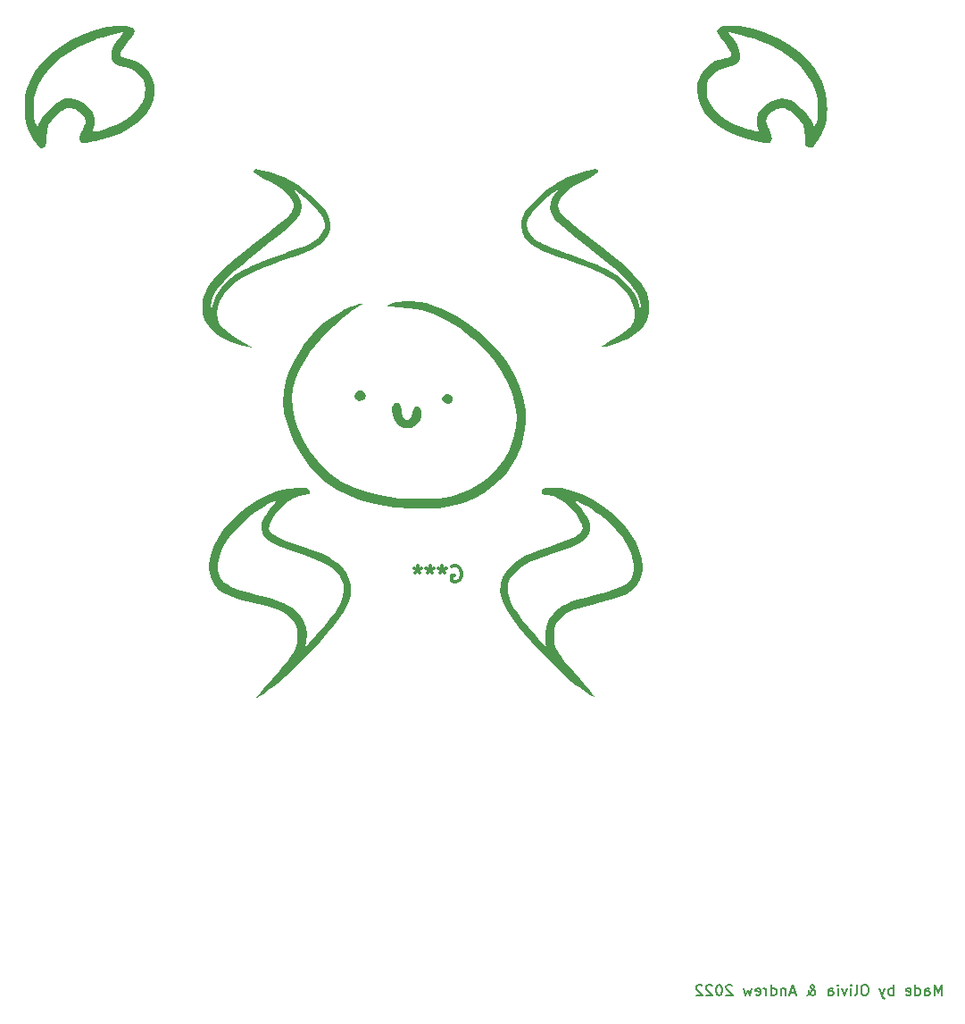
<source format=gbr>
G04 #@! TF.GenerationSoftware,KiCad,Pcbnew,(6.0.5)*
G04 #@! TF.CreationDate,2022-06-24T16:52:39-05:00*
G04 #@! TF.ProjectId,robo_car,726f626f-5f63-4617-922e-6b696361645f,1.0P*
G04 #@! TF.SameCoordinates,Original*
G04 #@! TF.FileFunction,Legend,Bot*
G04 #@! TF.FilePolarity,Positive*
%FSLAX46Y46*%
G04 Gerber Fmt 4.6, Leading zero omitted, Abs format (unit mm)*
G04 Created by KiCad (PCBNEW (6.0.5)) date 2022-06-24 16:52:39*
%MOMM*%
%LPD*%
G01*
G04 APERTURE LIST*
%ADD10C,0.150000*%
%ADD11C,0.300000*%
G04 APERTURE END LIST*
D10*
X199019047Y-149457380D02*
X199019047Y-148457380D01*
X198685714Y-149171666D01*
X198352380Y-148457380D01*
X198352380Y-149457380D01*
X197447619Y-149457380D02*
X197447619Y-148933571D01*
X197495238Y-148838333D01*
X197590476Y-148790714D01*
X197780952Y-148790714D01*
X197876190Y-148838333D01*
X197447619Y-149409761D02*
X197542857Y-149457380D01*
X197780952Y-149457380D01*
X197876190Y-149409761D01*
X197923809Y-149314523D01*
X197923809Y-149219285D01*
X197876190Y-149124047D01*
X197780952Y-149076428D01*
X197542857Y-149076428D01*
X197447619Y-149028809D01*
X196542857Y-149457380D02*
X196542857Y-148457380D01*
X196542857Y-149409761D02*
X196638095Y-149457380D01*
X196828571Y-149457380D01*
X196923809Y-149409761D01*
X196971428Y-149362142D01*
X197019047Y-149266904D01*
X197019047Y-148981190D01*
X196971428Y-148885952D01*
X196923809Y-148838333D01*
X196828571Y-148790714D01*
X196638095Y-148790714D01*
X196542857Y-148838333D01*
X195685714Y-149409761D02*
X195780952Y-149457380D01*
X195971428Y-149457380D01*
X196066666Y-149409761D01*
X196114285Y-149314523D01*
X196114285Y-148933571D01*
X196066666Y-148838333D01*
X195971428Y-148790714D01*
X195780952Y-148790714D01*
X195685714Y-148838333D01*
X195638095Y-148933571D01*
X195638095Y-149028809D01*
X196114285Y-149124047D01*
X194447619Y-149457380D02*
X194447619Y-148457380D01*
X194447619Y-148838333D02*
X194352380Y-148790714D01*
X194161904Y-148790714D01*
X194066666Y-148838333D01*
X194019047Y-148885952D01*
X193971428Y-148981190D01*
X193971428Y-149266904D01*
X194019047Y-149362142D01*
X194066666Y-149409761D01*
X194161904Y-149457380D01*
X194352380Y-149457380D01*
X194447619Y-149409761D01*
X193638095Y-148790714D02*
X193400000Y-149457380D01*
X193161904Y-148790714D02*
X193400000Y-149457380D01*
X193495238Y-149695476D01*
X193542857Y-149743095D01*
X193638095Y-149790714D01*
X191828571Y-148457380D02*
X191638095Y-148457380D01*
X191542857Y-148505000D01*
X191447619Y-148600238D01*
X191400000Y-148790714D01*
X191400000Y-149124047D01*
X191447619Y-149314523D01*
X191542857Y-149409761D01*
X191638095Y-149457380D01*
X191828571Y-149457380D01*
X191923809Y-149409761D01*
X192019047Y-149314523D01*
X192066666Y-149124047D01*
X192066666Y-148790714D01*
X192019047Y-148600238D01*
X191923809Y-148505000D01*
X191828571Y-148457380D01*
X190828571Y-149457380D02*
X190923809Y-149409761D01*
X190971428Y-149314523D01*
X190971428Y-148457380D01*
X190447619Y-149457380D02*
X190447619Y-148790714D01*
X190447619Y-148457380D02*
X190495238Y-148505000D01*
X190447619Y-148552619D01*
X190400000Y-148505000D01*
X190447619Y-148457380D01*
X190447619Y-148552619D01*
X190066666Y-148790714D02*
X189828571Y-149457380D01*
X189590476Y-148790714D01*
X189209523Y-149457380D02*
X189209523Y-148790714D01*
X189209523Y-148457380D02*
X189257142Y-148505000D01*
X189209523Y-148552619D01*
X189161904Y-148505000D01*
X189209523Y-148457380D01*
X189209523Y-148552619D01*
X188304761Y-149457380D02*
X188304761Y-148933571D01*
X188352380Y-148838333D01*
X188447619Y-148790714D01*
X188638095Y-148790714D01*
X188733333Y-148838333D01*
X188304761Y-149409761D02*
X188400000Y-149457380D01*
X188638095Y-149457380D01*
X188733333Y-149409761D01*
X188780952Y-149314523D01*
X188780952Y-149219285D01*
X188733333Y-149124047D01*
X188638095Y-149076428D01*
X188400000Y-149076428D01*
X188304761Y-149028809D01*
X186257142Y-149457380D02*
X186304761Y-149457380D01*
X186400000Y-149409761D01*
X186542857Y-149266904D01*
X186780952Y-148981190D01*
X186876190Y-148838333D01*
X186923809Y-148695476D01*
X186923809Y-148600238D01*
X186876190Y-148505000D01*
X186780952Y-148457380D01*
X186733333Y-148457380D01*
X186638095Y-148505000D01*
X186590476Y-148600238D01*
X186590476Y-148647857D01*
X186638095Y-148743095D01*
X186685714Y-148790714D01*
X186971428Y-148981190D01*
X187019047Y-149028809D01*
X187066666Y-149124047D01*
X187066666Y-149266904D01*
X187019047Y-149362142D01*
X186971428Y-149409761D01*
X186876190Y-149457380D01*
X186733333Y-149457380D01*
X186638095Y-149409761D01*
X186590476Y-149362142D01*
X186447619Y-149171666D01*
X186400000Y-149028809D01*
X186400000Y-148933571D01*
X185114285Y-149171666D02*
X184638095Y-149171666D01*
X185209523Y-149457380D02*
X184876190Y-148457380D01*
X184542857Y-149457380D01*
X184209523Y-148790714D02*
X184209523Y-149457380D01*
X184209523Y-148885952D02*
X184161904Y-148838333D01*
X184066666Y-148790714D01*
X183923809Y-148790714D01*
X183828571Y-148838333D01*
X183780952Y-148933571D01*
X183780952Y-149457380D01*
X182876190Y-149457380D02*
X182876190Y-148457380D01*
X182876190Y-149409761D02*
X182971428Y-149457380D01*
X183161904Y-149457380D01*
X183257142Y-149409761D01*
X183304761Y-149362142D01*
X183352380Y-149266904D01*
X183352380Y-148981190D01*
X183304761Y-148885952D01*
X183257142Y-148838333D01*
X183161904Y-148790714D01*
X182971428Y-148790714D01*
X182876190Y-148838333D01*
X182400000Y-149457380D02*
X182400000Y-148790714D01*
X182400000Y-148981190D02*
X182352380Y-148885952D01*
X182304761Y-148838333D01*
X182209523Y-148790714D01*
X182114285Y-148790714D01*
X181400000Y-149409761D02*
X181495238Y-149457380D01*
X181685714Y-149457380D01*
X181780952Y-149409761D01*
X181828571Y-149314523D01*
X181828571Y-148933571D01*
X181780952Y-148838333D01*
X181685714Y-148790714D01*
X181495238Y-148790714D01*
X181400000Y-148838333D01*
X181352380Y-148933571D01*
X181352380Y-149028809D01*
X181828571Y-149124047D01*
X181019047Y-148790714D02*
X180828571Y-149457380D01*
X180638095Y-148981190D01*
X180447619Y-149457380D01*
X180257142Y-148790714D01*
X179161904Y-148552619D02*
X179114285Y-148505000D01*
X179019047Y-148457380D01*
X178780952Y-148457380D01*
X178685714Y-148505000D01*
X178638095Y-148552619D01*
X178590476Y-148647857D01*
X178590476Y-148743095D01*
X178638095Y-148885952D01*
X179209523Y-149457380D01*
X178590476Y-149457380D01*
X177971428Y-148457380D02*
X177876190Y-148457380D01*
X177780952Y-148505000D01*
X177733333Y-148552619D01*
X177685714Y-148647857D01*
X177638095Y-148838333D01*
X177638095Y-149076428D01*
X177685714Y-149266904D01*
X177733333Y-149362142D01*
X177780952Y-149409761D01*
X177876190Y-149457380D01*
X177971428Y-149457380D01*
X178066666Y-149409761D01*
X178114285Y-149362142D01*
X178161904Y-149266904D01*
X178209523Y-149076428D01*
X178209523Y-148838333D01*
X178161904Y-148647857D01*
X178114285Y-148552619D01*
X178066666Y-148505000D01*
X177971428Y-148457380D01*
X177257142Y-148552619D02*
X177209523Y-148505000D01*
X177114285Y-148457380D01*
X176876190Y-148457380D01*
X176780952Y-148505000D01*
X176733333Y-148552619D01*
X176685714Y-148647857D01*
X176685714Y-148743095D01*
X176733333Y-148885952D01*
X177304761Y-149457380D01*
X176685714Y-149457380D01*
X176304761Y-148552619D02*
X176257142Y-148505000D01*
X176161904Y-148457380D01*
X175923809Y-148457380D01*
X175828571Y-148505000D01*
X175780952Y-148552619D01*
X175733333Y-148647857D01*
X175733333Y-148743095D01*
X175780952Y-148885952D01*
X176352380Y-149457380D01*
X175733333Y-149457380D01*
D11*
X152603904Y-108835578D02*
X152749047Y-108763006D01*
X152966761Y-108763006D01*
X153184475Y-108835578D01*
X153329618Y-108980720D01*
X153402190Y-109125863D01*
X153474761Y-109416149D01*
X153474761Y-109633863D01*
X153402190Y-109924149D01*
X153329618Y-110069292D01*
X153184475Y-110214435D01*
X152966761Y-110287006D01*
X152821618Y-110287006D01*
X152603904Y-110214435D01*
X152531333Y-110141863D01*
X152531333Y-109633863D01*
X152821618Y-109633863D01*
X151660475Y-108763006D02*
X151660475Y-109125863D01*
X152023333Y-108980720D02*
X151660475Y-109125863D01*
X151297618Y-108980720D01*
X151878190Y-109416149D02*
X151660475Y-109125863D01*
X151442761Y-109416149D01*
X150499333Y-108763006D02*
X150499333Y-109125863D01*
X150862190Y-108980720D02*
X150499333Y-109125863D01*
X150136475Y-108980720D01*
X150717047Y-109416149D02*
X150499333Y-109125863D01*
X150281618Y-109416149D01*
X149338190Y-108763006D02*
X149338190Y-109125863D01*
X149701047Y-108980720D02*
X149338190Y-109125863D01*
X148975333Y-108980720D01*
X149555904Y-109416149D02*
X149338190Y-109125863D01*
X149120475Y-109416149D01*
G36*
X144059134Y-92181626D02*
G01*
X144124818Y-92215438D01*
X144334693Y-92411961D01*
X144405924Y-92657731D01*
X144324391Y-92913777D01*
X144255368Y-92993698D01*
X144019295Y-93113990D01*
X143737802Y-93125107D01*
X143476585Y-93018903D01*
X143389013Y-92916676D01*
X143351618Y-92699879D01*
X143429557Y-92461649D01*
X143613387Y-92254747D01*
X143721099Y-92181329D01*
X143881635Y-92130261D01*
X144059134Y-92181626D01*
G37*
G36*
X141050089Y-76900159D02*
G01*
X140894936Y-77365757D01*
X140808026Y-77521524D01*
X140567095Y-77854795D01*
X140255239Y-78162522D01*
X139856549Y-78454222D01*
X139355121Y-78739412D01*
X138735047Y-79027609D01*
X137980420Y-79328332D01*
X137075333Y-79651097D01*
X136582615Y-79821149D01*
X135535676Y-80196460D01*
X134632369Y-80544124D01*
X133857864Y-80872121D01*
X133197327Y-81188430D01*
X132635927Y-81501032D01*
X132158834Y-81817905D01*
X131751213Y-82147031D01*
X131398235Y-82496387D01*
X131085068Y-82873955D01*
X130898276Y-83142117D01*
X130591275Y-83720800D01*
X130398129Y-84305006D01*
X130320869Y-84870567D01*
X130361522Y-85393315D01*
X130522117Y-85849083D01*
X130804684Y-86213704D01*
X130957455Y-86345343D01*
X131455057Y-86721135D01*
X132100023Y-87148907D01*
X132884333Y-87623225D01*
X133646333Y-88066992D01*
X133237662Y-88016347D01*
X132791824Y-87928716D01*
X132244934Y-87767812D01*
X131670710Y-87557012D01*
X131127623Y-87317858D01*
X130674146Y-87071893D01*
X130037936Y-86607973D01*
X129508655Y-86054250D01*
X129134190Y-85439074D01*
X129132878Y-85436220D01*
X128958783Y-84875071D01*
X128914772Y-84371214D01*
X129724443Y-84371214D01*
X129728946Y-84425433D01*
X129745116Y-84567198D01*
X129765932Y-84583058D01*
X129801053Y-84459660D01*
X129860139Y-84183653D01*
X129929964Y-83900493D01*
X130235322Y-83136184D01*
X130697739Y-82424259D01*
X131312768Y-81769747D01*
X132075961Y-81177675D01*
X132982870Y-80653073D01*
X133055993Y-80616685D01*
X133498672Y-80405734D01*
X133975664Y-80195535D01*
X134512463Y-79975943D01*
X135134566Y-79736812D01*
X135867469Y-79467996D01*
X136736666Y-79159352D01*
X136997709Y-79067388D01*
X137705232Y-78812953D01*
X138278376Y-78596473D01*
X138737789Y-78408660D01*
X139104119Y-78240225D01*
X139398013Y-78081879D01*
X139640119Y-77924333D01*
X139851087Y-77758299D01*
X139988805Y-77632432D01*
X140332634Y-77202570D01*
X140509948Y-76749258D01*
X140520035Y-76275247D01*
X140362183Y-75783282D01*
X140198811Y-75514196D01*
X139902892Y-75136577D01*
X139520791Y-74716679D01*
X139081496Y-74282930D01*
X138613995Y-73863756D01*
X138147278Y-73487583D01*
X137710333Y-73182840D01*
X137456333Y-73022977D01*
X137729917Y-73340421D01*
X137992737Y-73686844D01*
X138242735Y-74194371D01*
X138329737Y-74706313D01*
X138257088Y-75234692D01*
X138160580Y-75475328D01*
X137949778Y-75802509D01*
X137628478Y-76173547D01*
X137187311Y-76598057D01*
X136616907Y-77085657D01*
X135907897Y-77645964D01*
X135308668Y-78107858D01*
X134290810Y-78903658D01*
X133400764Y-79617022D01*
X132630362Y-80255974D01*
X131971437Y-80828537D01*
X131415820Y-81342734D01*
X130955344Y-81806589D01*
X130581841Y-82228125D01*
X130287143Y-82615365D01*
X130063082Y-82976334D01*
X129901491Y-83319053D01*
X129794202Y-83651548D01*
X129775063Y-83737013D01*
X129729323Y-84071562D01*
X129724443Y-84371214D01*
X128914772Y-84371214D01*
X128903631Y-84243671D01*
X128967124Y-83591718D01*
X129148966Y-82968912D01*
X129179267Y-82896465D01*
X129371788Y-82505234D01*
X129620909Y-82104921D01*
X129936115Y-81686275D01*
X130326885Y-81240043D01*
X130802701Y-80756974D01*
X131373046Y-80227816D01*
X132047400Y-79643318D01*
X132835244Y-78994227D01*
X133746062Y-78271292D01*
X134789333Y-77465261D01*
X135102777Y-77225261D01*
X135682077Y-76778596D01*
X136147244Y-76413845D01*
X136513191Y-76118072D01*
X136794832Y-75878342D01*
X137007079Y-75681720D01*
X137164845Y-75515270D01*
X137283045Y-75366058D01*
X137376590Y-75221149D01*
X137444391Y-75098511D01*
X137559863Y-74781471D01*
X137551485Y-74478209D01*
X137422046Y-74121245D01*
X137262415Y-73844256D01*
X136990202Y-73519597D01*
X136614107Y-73187958D01*
X136119752Y-72838272D01*
X135492760Y-72459472D01*
X134718754Y-72040492D01*
X134613191Y-71985221D01*
X134186000Y-71747558D01*
X133905053Y-71560181D01*
X133760710Y-71413927D01*
X133743331Y-71299630D01*
X133843276Y-71208125D01*
X133969689Y-71176965D01*
X134246462Y-71194423D01*
X134653353Y-71281011D01*
X135197740Y-71438389D01*
X135887002Y-71668220D01*
X136415163Y-71858725D01*
X136849394Y-72034022D01*
X137218971Y-72210899D01*
X137573937Y-72413378D01*
X137964333Y-72665482D01*
X138515076Y-73059467D01*
X139146082Y-73571773D01*
X139725263Y-74106635D01*
X140227806Y-74639290D01*
X140628899Y-75144978D01*
X140903731Y-75598936D01*
X141005004Y-75865263D01*
X141070442Y-76275247D01*
X141086887Y-76378282D01*
X141050089Y-76900159D01*
G37*
G36*
X188167670Y-65861471D02*
G01*
X188150873Y-66244342D01*
X188115378Y-66551327D01*
X188055389Y-66831013D01*
X187965112Y-67131989D01*
X187941489Y-67200558D01*
X187793702Y-67552683D01*
X187597595Y-67940155D01*
X187376197Y-68324785D01*
X187152537Y-68668388D01*
X186949642Y-68932775D01*
X186790542Y-69079758D01*
X186719800Y-69115960D01*
X186456487Y-69155971D01*
X186230381Y-69035197D01*
X186193117Y-68987398D01*
X186136342Y-68829012D01*
X186105462Y-68566393D01*
X186095474Y-68167364D01*
X186095454Y-68161254D01*
X186044352Y-67548287D01*
X185885989Y-67016549D01*
X185605204Y-66540254D01*
X185186835Y-66093616D01*
X184615718Y-65650851D01*
X184430848Y-65527941D01*
X184211792Y-65411064D01*
X184026288Y-65368726D01*
X183814913Y-65380893D01*
X183773229Y-65387083D01*
X183358351Y-65510903D01*
X182977414Y-65726109D01*
X182663824Y-66003760D01*
X182450989Y-66314915D01*
X182372316Y-66630633D01*
X182373855Y-66655952D01*
X182423044Y-66856443D01*
X182527513Y-67143213D01*
X182668333Y-67463033D01*
X182764808Y-67670668D01*
X182902710Y-68022046D01*
X182952340Y-68276259D01*
X182917148Y-68463299D01*
X182800583Y-68613161D01*
X182778187Y-68632870D01*
X182704808Y-68681766D01*
X182608617Y-68705789D01*
X182461064Y-68702810D01*
X182233597Y-68670701D01*
X181897665Y-68607332D01*
X181424718Y-68510574D01*
X180788478Y-68364683D01*
X179674644Y-68026484D01*
X178702853Y-67609887D01*
X177865823Y-67110902D01*
X177156272Y-66525541D01*
X176566920Y-65849815D01*
X176414844Y-65624548D01*
X176110235Y-65010148D01*
X175917957Y-64352005D01*
X175843445Y-63686911D01*
X175845522Y-63659811D01*
X176741666Y-63659811D01*
X176747380Y-63949957D01*
X176782772Y-64254020D01*
X176867258Y-64532772D01*
X177019771Y-64868493D01*
X177347029Y-65397911D01*
X177875186Y-65970307D01*
X178549524Y-66481091D01*
X179361624Y-66924047D01*
X180303067Y-67292956D01*
X180450847Y-67340632D01*
X180826428Y-67454639D01*
X181158391Y-67546206D01*
X181388514Y-67598923D01*
X181405597Y-67601877D01*
X181604344Y-67626914D01*
X181677210Y-67599932D01*
X181660812Y-67508811D01*
X181524408Y-67028991D01*
X181497801Y-66455274D01*
X181630858Y-65927110D01*
X181919723Y-65452898D01*
X182360545Y-65041039D01*
X182949469Y-64699931D01*
X183000959Y-64677288D01*
X183444187Y-64541830D01*
X183913250Y-64484659D01*
X184351012Y-64508509D01*
X184700333Y-64616117D01*
X184991202Y-64795341D01*
X185382859Y-65099808D01*
X185778115Y-65464310D01*
X186148219Y-65857835D01*
X186464418Y-66249373D01*
X186697961Y-66607911D01*
X186820096Y-66902441D01*
X186822686Y-66913782D01*
X186892880Y-67118685D01*
X186972086Y-67158260D01*
X187062583Y-67031419D01*
X187166649Y-66737075D01*
X187245765Y-66371874D01*
X187301663Y-65809391D01*
X187306664Y-65199735D01*
X187260827Y-64607074D01*
X187164211Y-64095576D01*
X187110092Y-63908980D01*
X186743018Y-63002560D01*
X186221771Y-62149431D01*
X185553938Y-61356598D01*
X184747108Y-60631070D01*
X183808869Y-59979853D01*
X182746810Y-59409956D01*
X181568520Y-58928385D01*
X181266932Y-58828455D01*
X180880952Y-58709991D01*
X180447316Y-58583252D01*
X180000958Y-58457860D01*
X179576811Y-58343437D01*
X179209811Y-58249608D01*
X178934892Y-58185993D01*
X178786987Y-58162216D01*
X178783717Y-58162818D01*
X178810269Y-58230033D01*
X178927267Y-58386835D01*
X179111852Y-58602260D01*
X179363242Y-58901613D01*
X179679742Y-59386404D01*
X179859696Y-59856517D01*
X179916666Y-60341258D01*
X179880787Y-60741065D01*
X179757066Y-61047874D01*
X179525675Y-61270607D01*
X179166803Y-61428163D01*
X178660637Y-61539441D01*
X178536430Y-61561969D01*
X177941787Y-61757091D01*
X177450360Y-62083754D01*
X177051838Y-62548428D01*
X176993603Y-62637075D01*
X176855666Y-62870675D01*
X176780016Y-63074863D01*
X176748174Y-63315841D01*
X176741666Y-63659811D01*
X175845522Y-63659811D01*
X175892136Y-63051659D01*
X176069467Y-62483043D01*
X176090618Y-62438378D01*
X176480813Y-61808786D01*
X176980382Y-61304928D01*
X177579814Y-60934489D01*
X178269599Y-60705154D01*
X178406694Y-60675761D01*
X178683892Y-60615642D01*
X178879500Y-60572320D01*
X178952147Y-60547177D01*
X179066639Y-60408244D01*
X179053166Y-60174604D01*
X178914846Y-59854445D01*
X178654795Y-59455951D01*
X178276130Y-58987309D01*
X178225675Y-58929079D01*
X177937068Y-58570154D01*
X177770803Y-58296571D01*
X177721091Y-58086908D01*
X177782142Y-57919740D01*
X177948166Y-57773643D01*
X178050395Y-57721223D01*
X178375334Y-57634524D01*
X178807548Y-57586825D01*
X179307296Y-57579489D01*
X179834838Y-57613877D01*
X180350433Y-57691349D01*
X181203591Y-57894032D01*
X182395033Y-58288128D01*
X183516979Y-58791044D01*
X184553816Y-59392188D01*
X185489933Y-60080970D01*
X186309718Y-60846798D01*
X186997558Y-61679082D01*
X187537840Y-62567229D01*
X187666517Y-62832318D01*
X187906371Y-63427524D01*
X188062088Y-64016356D01*
X188146287Y-64655234D01*
X188164770Y-65199735D01*
X188171588Y-65400578D01*
X188167670Y-65861471D01*
G37*
G36*
X142977713Y-111594761D02*
G01*
X142836592Y-112088760D01*
X142618597Y-112607652D01*
X142316620Y-113161312D01*
X141923555Y-113759610D01*
X141432294Y-114412420D01*
X140835731Y-115129614D01*
X140126757Y-115921065D01*
X139298267Y-116796645D01*
X138343154Y-117766226D01*
X137770897Y-118334525D01*
X137252628Y-118839163D01*
X136807179Y-119258251D01*
X136412109Y-119611149D01*
X136044977Y-119917217D01*
X135683340Y-120195815D01*
X135304759Y-120466303D01*
X134886793Y-120748042D01*
X134661729Y-120894446D01*
X134382689Y-121069233D01*
X134177718Y-121189380D01*
X134079982Y-121234875D01*
X134060492Y-121227767D01*
X134069735Y-121187746D01*
X134126754Y-121100799D01*
X134242419Y-120953731D01*
X134427605Y-120733343D01*
X134693182Y-120426439D01*
X135050023Y-120019822D01*
X135509000Y-119500295D01*
X135653852Y-119336219D01*
X136212715Y-118692872D01*
X136668217Y-118148123D01*
X137033573Y-117684705D01*
X137321999Y-117285346D01*
X137546711Y-116932776D01*
X137720923Y-116609724D01*
X137845734Y-116328972D01*
X137919167Y-116076493D01*
X137953595Y-115787670D01*
X137962191Y-115396245D01*
X137960161Y-115234147D01*
X137913797Y-114746189D01*
X137789438Y-114353022D01*
X137564871Y-114002287D01*
X137217886Y-113641621D01*
X137062237Y-113504747D01*
X136808657Y-113313439D01*
X136524775Y-113143822D01*
X136187939Y-112986892D01*
X135775496Y-112833643D01*
X135264793Y-112675070D01*
X134633178Y-112502169D01*
X133858000Y-112305933D01*
X133563138Y-112232103D01*
X132713222Y-112003389D01*
X132008706Y-111783929D01*
X131432196Y-111565652D01*
X130966300Y-111340487D01*
X130593623Y-111100365D01*
X130296774Y-110837215D01*
X130058359Y-110542967D01*
X129945144Y-110356313D01*
X129735902Y-109871384D01*
X129593178Y-109338330D01*
X129565361Y-109069145D01*
X130400167Y-109069145D01*
X130473028Y-109533707D01*
X130643919Y-109919652D01*
X130924934Y-110266302D01*
X131017466Y-110353401D01*
X131293107Y-110561832D01*
X131639817Y-110755380D01*
X132076926Y-110941703D01*
X132623759Y-111128459D01*
X133299646Y-111323307D01*
X134123912Y-111533905D01*
X134834669Y-111712829D01*
X135569193Y-111915635D01*
X136175705Y-112109908D01*
X136675823Y-112305343D01*
X137091161Y-112511637D01*
X137443336Y-112738486D01*
X137753964Y-112995587D01*
X138044660Y-113292635D01*
X138144567Y-113410760D01*
X138495641Y-113975302D01*
X138727037Y-114616703D01*
X138826040Y-115289070D01*
X138779936Y-115946512D01*
X138751817Y-116102387D01*
X138723422Y-116304954D01*
X138723022Y-116394822D01*
X138740754Y-116385633D01*
X138849706Y-116282030D01*
X139039759Y-116082578D01*
X139291239Y-115809331D01*
X139584474Y-115484343D01*
X139899791Y-115129668D01*
X140217518Y-114767360D01*
X140517982Y-114419472D01*
X140781510Y-114108061D01*
X140988430Y-113855178D01*
X141525787Y-113120553D01*
X141946066Y-112397567D01*
X142212644Y-111728683D01*
X142327042Y-111108645D01*
X142290779Y-110532201D01*
X142105374Y-109994097D01*
X141996295Y-109798350D01*
X141726758Y-109440979D01*
X141369064Y-109105447D01*
X140909978Y-108784049D01*
X140336264Y-108469086D01*
X139634687Y-108152853D01*
X138792010Y-107827650D01*
X137795000Y-107485774D01*
X137611570Y-107425344D01*
X136805314Y-107145624D01*
X136148171Y-106887948D01*
X135626132Y-106642736D01*
X135225186Y-106400407D01*
X134931323Y-106151382D01*
X134730533Y-105886080D01*
X134608806Y-105594922D01*
X134552131Y-105268327D01*
X134551632Y-105262270D01*
X134542263Y-105001285D01*
X134573179Y-104777086D01*
X134659372Y-104528646D01*
X134815835Y-104194935D01*
X135017526Y-103837445D01*
X135286939Y-103434905D01*
X135553102Y-103098412D01*
X135609255Y-103034623D01*
X135784496Y-102819209D01*
X135884345Y-102668389D01*
X135888534Y-102611578D01*
X135759878Y-102644283D01*
X135504666Y-102757528D01*
X135166952Y-102934798D01*
X134777382Y-103158404D01*
X134366602Y-103410655D01*
X133965259Y-103673859D01*
X133604000Y-103930327D01*
X133270470Y-104188637D01*
X132474741Y-104891301D01*
X131793003Y-105625134D01*
X131235279Y-106375557D01*
X130811594Y-107127991D01*
X130531973Y-107867857D01*
X130406440Y-108580578D01*
X130400167Y-109069145D01*
X129565361Y-109069145D01*
X129541470Y-108837956D01*
X129553403Y-108563963D01*
X129689684Y-107791685D01*
X129968578Y-106989248D01*
X130378366Y-106177808D01*
X130907332Y-105378522D01*
X131543757Y-104612544D01*
X132275923Y-103901032D01*
X133086644Y-103247279D01*
X134088099Y-102577994D01*
X135100277Y-102046494D01*
X136108969Y-101659066D01*
X137099970Y-101421998D01*
X138059072Y-101341578D01*
X138437944Y-101350163D01*
X138767004Y-101389767D01*
X138972166Y-101471376D01*
X139077564Y-101605617D01*
X139107333Y-101803116D01*
X139099119Y-101892097D01*
X139042165Y-101966481D01*
X138895961Y-102007582D01*
X138620500Y-102034408D01*
X138080537Y-102135827D01*
X137459912Y-102394688D01*
X136859186Y-102790357D01*
X136302566Y-103306507D01*
X135814261Y-103926814D01*
X135743902Y-104034391D01*
X135543094Y-104367360D01*
X135381226Y-104672490D01*
X135288140Y-104894876D01*
X135257447Y-105022102D01*
X135251304Y-105261412D01*
X135329593Y-105483194D01*
X135503848Y-105695281D01*
X135785604Y-105905504D01*
X136186396Y-106121695D01*
X136717758Y-106351687D01*
X137391225Y-106603310D01*
X138218333Y-106884396D01*
X138935872Y-107127143D01*
X139707970Y-107410584D01*
X140352349Y-107677917D01*
X140890350Y-107938832D01*
X141343314Y-108203019D01*
X141732581Y-108480169D01*
X142123072Y-108834220D01*
X142558963Y-109387059D01*
X142864585Y-109990959D01*
X143027651Y-110619830D01*
X143034053Y-111108645D01*
X143035873Y-111247578D01*
X142977713Y-111594761D01*
G37*
G36*
X152499166Y-92591700D02*
G01*
X152531350Y-92625110D01*
X152633555Y-92840836D01*
X152642661Y-93086640D01*
X152552400Y-93281312D01*
X152444823Y-93349700D01*
X152203284Y-93386023D01*
X151952406Y-93331508D01*
X151769801Y-93194739D01*
X151665096Y-93006965D01*
X151663462Y-92816864D01*
X151807333Y-92620912D01*
X151987089Y-92496698D01*
X152250300Y-92465097D01*
X152499166Y-92591700D01*
G37*
G36*
X124246960Y-64618154D02*
G01*
X124009097Y-65263215D01*
X123661080Y-65849815D01*
X123369873Y-66211914D01*
X122719069Y-66840259D01*
X121944290Y-67380310D01*
X121038254Y-67836054D01*
X119993678Y-68211479D01*
X118803281Y-68510574D01*
X118641528Y-68544014D01*
X118213759Y-68630276D01*
X117914224Y-68683805D01*
X117714374Y-68706730D01*
X117585657Y-68701178D01*
X117499521Y-68669278D01*
X117427417Y-68613161D01*
X117362617Y-68545329D01*
X117283935Y-68381699D01*
X117288250Y-68166769D01*
X117379010Y-67870545D01*
X117559666Y-67463033D01*
X117590177Y-67398230D01*
X117725170Y-67080801D01*
X117819982Y-66807193D01*
X117855683Y-66630633D01*
X117854821Y-66599965D01*
X117761364Y-66283407D01*
X117537054Y-65974280D01*
X117215300Y-65701524D01*
X116829508Y-65494082D01*
X116413086Y-65380893D01*
X116271957Y-65367881D01*
X116083965Y-65388223D01*
X115883881Y-65475869D01*
X115612282Y-65650851D01*
X115606272Y-65654994D01*
X115036633Y-66097677D01*
X114619601Y-66544470D01*
X114340014Y-67021159D01*
X114182710Y-67553528D01*
X114132526Y-68167364D01*
X114130093Y-68374927D01*
X114110858Y-68705499D01*
X114068367Y-68914863D01*
X113997619Y-69035197D01*
X113839606Y-69149329D01*
X113645392Y-69166770D01*
X113430153Y-69049802D01*
X113180528Y-68790588D01*
X112883157Y-68381288D01*
X112575639Y-67877088D01*
X112329135Y-67339292D01*
X112169006Y-66778199D01*
X112082387Y-66147422D01*
X112066054Y-65677800D01*
X112920894Y-65677800D01*
X112965651Y-66256088D01*
X113061351Y-66737075D01*
X113065698Y-66751726D01*
X113169191Y-67039508D01*
X113259204Y-67159830D01*
X113338016Y-67113778D01*
X113407904Y-66902441D01*
X113495527Y-66673432D01*
X113708927Y-66325300D01*
X114010778Y-65937919D01*
X114372330Y-65542299D01*
X114764830Y-65169451D01*
X115159526Y-64850387D01*
X115527666Y-64616117D01*
X115565111Y-64597731D01*
X115928818Y-64500901D01*
X116373715Y-64487481D01*
X116842665Y-64554736D01*
X117278531Y-64699931D01*
X117753218Y-64961625D01*
X118225904Y-65359093D01*
X118547903Y-65820699D01*
X118715185Y-66337693D01*
X118723720Y-66901325D01*
X118569477Y-67502845D01*
X118567928Y-67506919D01*
X118550980Y-67589554D01*
X118595428Y-67628665D01*
X118726593Y-67623389D01*
X118969800Y-67572863D01*
X119350371Y-67476223D01*
X120009976Y-67277462D01*
X120906143Y-66911982D01*
X121692962Y-66470305D01*
X122356507Y-65962025D01*
X122882850Y-65396739D01*
X123258063Y-64784041D01*
X123297261Y-64697589D01*
X123411747Y-64383655D01*
X123468882Y-64064078D01*
X123484975Y-63657921D01*
X123484813Y-63536381D01*
X123473084Y-63232267D01*
X123430036Y-63010442D01*
X123337214Y-62804599D01*
X123176162Y-62548428D01*
X123107829Y-62450201D01*
X122692622Y-62011977D01*
X122182570Y-61710546D01*
X121567363Y-61539441D01*
X121070416Y-61430962D01*
X120708599Y-61274594D01*
X120474688Y-61053454D01*
X120348870Y-60748642D01*
X120311333Y-60341258D01*
X120330166Y-60056728D01*
X120456792Y-59584038D01*
X120714265Y-59108985D01*
X121116148Y-58602260D01*
X121137380Y-58578530D01*
X121316127Y-58367661D01*
X121424957Y-58218568D01*
X121441012Y-58162216D01*
X121294665Y-58185669D01*
X121020533Y-58249032D01*
X120654070Y-58342679D01*
X120230209Y-58456987D01*
X119783886Y-58582335D01*
X119350034Y-58709099D01*
X118963587Y-58827656D01*
X118659480Y-58928385D01*
X118415489Y-59017072D01*
X117259781Y-59516823D01*
X116221819Y-60103504D01*
X115309191Y-60770105D01*
X114529485Y-61509620D01*
X113890291Y-62315042D01*
X113399196Y-63179363D01*
X113063788Y-64095576D01*
X112983975Y-64485991D01*
X112927022Y-65066378D01*
X112920894Y-65677800D01*
X112066054Y-65677800D01*
X112056412Y-65400578D01*
X112060663Y-65071377D01*
X112109130Y-64377557D01*
X112221789Y-63766539D01*
X112411259Y-63181903D01*
X112690159Y-62567229D01*
X113045856Y-61949834D01*
X113689474Y-61099040D01*
X114469892Y-60311408D01*
X115371499Y-59597527D01*
X116378682Y-58967990D01*
X117475829Y-58433387D01*
X118647328Y-58004310D01*
X119877567Y-57691349D01*
X120109955Y-57650392D01*
X120635960Y-57592843D01*
X121155692Y-57577756D01*
X121629409Y-57603767D01*
X122017370Y-57669517D01*
X122279833Y-57773643D01*
X122309157Y-57793611D01*
X122460846Y-57941367D01*
X122506751Y-58113191D01*
X122441083Y-58330506D01*
X122258052Y-58614738D01*
X121951870Y-58987309D01*
X121802945Y-59162542D01*
X121466363Y-59607024D01*
X121249512Y-59978429D01*
X121155507Y-60268571D01*
X121187464Y-60469263D01*
X121348500Y-60572320D01*
X121426712Y-60589820D01*
X121671898Y-60643474D01*
X121958401Y-60705154D01*
X122005351Y-60715521D01*
X122689604Y-60954172D01*
X123282893Y-61333433D01*
X123775706Y-61845618D01*
X124158533Y-62483043D01*
X124245249Y-62700136D01*
X124370472Y-63299821D01*
X124369789Y-63657921D01*
X124369230Y-63951425D01*
X124246960Y-64618154D01*
G37*
G36*
X148779803Y-83714056D02*
G01*
X149486056Y-83768453D01*
X150155284Y-83887409D01*
X150829173Y-84081997D01*
X151549405Y-84363290D01*
X152357666Y-84742361D01*
X153049686Y-85109673D01*
X154098362Y-85769229D01*
X155088037Y-86532429D01*
X156062335Y-87430932D01*
X156939394Y-88373944D01*
X157790399Y-89471145D01*
X158478634Y-90585770D01*
X159003170Y-91714776D01*
X159363073Y-92855125D01*
X159557412Y-94003776D01*
X159585257Y-95157688D01*
X159445675Y-96313821D01*
X159137735Y-97469135D01*
X159013665Y-97813155D01*
X158684002Y-98556063D01*
X158280244Y-99237292D01*
X157775113Y-99899413D01*
X157141333Y-100584998D01*
X156471506Y-101204204D01*
X155601010Y-101852930D01*
X154669698Y-102375781D01*
X153656416Y-102782540D01*
X152540013Y-103082991D01*
X151299333Y-103286916D01*
X151260333Y-103291396D01*
X150844094Y-103320687D01*
X150304275Y-103335040D01*
X149681124Y-103335511D01*
X149014887Y-103323160D01*
X148345811Y-103299043D01*
X147714142Y-103264219D01*
X147160128Y-103219744D01*
X146724016Y-103166677D01*
X146723336Y-103166570D01*
X145249419Y-102885218D01*
X143917153Y-102521997D01*
X142716407Y-102070110D01*
X141637051Y-101522760D01*
X140668957Y-100873151D01*
X139801995Y-100114486D01*
X139026036Y-99239969D01*
X138330949Y-98242802D01*
X137706605Y-97116189D01*
X137366873Y-96387154D01*
X136950630Y-95287794D01*
X136684729Y-94241943D01*
X136570271Y-93233269D01*
X136608353Y-92245440D01*
X136800074Y-91262121D01*
X137146534Y-90266982D01*
X137648830Y-89243690D01*
X138308062Y-88175912D01*
X138520916Y-87868320D01*
X139357739Y-86808318D01*
X140248240Y-85907516D01*
X141194267Y-85164207D01*
X142197666Y-84576680D01*
X142240749Y-84555565D01*
X142631045Y-84377257D01*
X143031482Y-84213822D01*
X143409282Y-84076474D01*
X143731665Y-83976425D01*
X143965850Y-83924889D01*
X144079058Y-83933081D01*
X144079105Y-83933128D01*
X144027381Y-83986766D01*
X143862365Y-84096955D01*
X143619687Y-84239897D01*
X143202376Y-84501376D01*
X142623660Y-84928337D01*
X141998007Y-85447375D01*
X141352733Y-86032526D01*
X140715152Y-86657829D01*
X140112582Y-87297320D01*
X139572337Y-87925038D01*
X139121733Y-88515020D01*
X138911006Y-88825792D01*
X138471309Y-89555847D01*
X138086347Y-90307058D01*
X137778644Y-91033335D01*
X137570725Y-91688591D01*
X137508298Y-91980106D01*
X137428213Y-92867055D01*
X137493329Y-93813000D01*
X137700018Y-94803530D01*
X138044655Y-95824234D01*
X138523614Y-96860701D01*
X139133268Y-97898519D01*
X139505001Y-98430203D01*
X140262743Y-99316988D01*
X141120999Y-100087225D01*
X142086436Y-100744588D01*
X143165717Y-101292748D01*
X144365510Y-101735382D01*
X145692478Y-102076161D01*
X147153289Y-102318760D01*
X147481827Y-102355067D01*
X148189270Y-102405406D01*
X148959488Y-102430262D01*
X149754000Y-102430491D01*
X150534327Y-102406945D01*
X151261990Y-102360479D01*
X151898507Y-102291947D01*
X152405399Y-102202203D01*
X153193838Y-101982366D01*
X154279271Y-101548813D01*
X155268178Y-100992561D01*
X156151527Y-100323114D01*
X156920286Y-99549978D01*
X157565424Y-98682657D01*
X158077909Y-97730656D01*
X158448710Y-96703480D01*
X158668796Y-95610633D01*
X158715169Y-94599304D01*
X158602218Y-93550486D01*
X158332804Y-92492209D01*
X157911996Y-91435226D01*
X157344861Y-90390291D01*
X156636466Y-89368157D01*
X155791880Y-88379579D01*
X154816169Y-87435311D01*
X154459715Y-87129251D01*
X153316511Y-86262045D01*
X152148178Y-85543927D01*
X150963596Y-84978726D01*
X149771647Y-84570271D01*
X148581215Y-84322389D01*
X147401180Y-84238912D01*
X146993733Y-84232252D01*
X146668708Y-84206210D01*
X146507819Y-84158509D01*
X146508763Y-84087069D01*
X146669240Y-83989811D01*
X146986949Y-83864656D01*
X147019001Y-83853541D01*
X147282751Y-83780224D01*
X147581632Y-83734652D01*
X147960197Y-83712090D01*
X148463000Y-83707803D01*
X148779803Y-83714056D01*
G37*
G36*
X147467451Y-93313443D02*
G01*
X147651071Y-93448492D01*
X147779596Y-93696965D01*
X147828000Y-94040955D01*
X147842342Y-94274539D01*
X147933682Y-94611465D01*
X148098716Y-94829452D01*
X148325052Y-94906912D01*
X148349833Y-94906460D01*
X148605833Y-94827058D01*
X148779697Y-94606750D01*
X148876553Y-94239329D01*
X148884343Y-94186559D01*
X148977868Y-93852647D01*
X149122761Y-93669488D01*
X149311318Y-93642482D01*
X149535833Y-93777034D01*
X149581839Y-93833333D01*
X149664838Y-94066858D01*
X149692047Y-94375992D01*
X149661620Y-94699117D01*
X149571711Y-94974616D01*
X149460059Y-95152342D01*
X149171915Y-95456347D01*
X148843956Y-95658459D01*
X148825470Y-95665638D01*
X148421982Y-95746710D01*
X148008052Y-95710615D01*
X147655040Y-95563078D01*
X147516830Y-95449100D01*
X147286083Y-95157698D01*
X147098544Y-94796478D01*
X146966432Y-94406084D01*
X146901961Y-94027163D01*
X146917349Y-93700357D01*
X147024813Y-93466311D01*
X147035035Y-93455237D01*
X147253763Y-93309723D01*
X147467451Y-93313443D01*
G37*
G36*
X170401490Y-110107998D02*
G01*
X170169641Y-110542967D01*
X170101133Y-110637734D01*
X169846512Y-110921506D01*
X169528080Y-111176676D01*
X169128444Y-111411313D01*
X168630211Y-111633487D01*
X168015988Y-111851268D01*
X167268382Y-112072727D01*
X166370000Y-112305933D01*
X165859844Y-112433744D01*
X165178470Y-112614116D01*
X164626273Y-112776874D01*
X164180601Y-112931021D01*
X163818801Y-113085565D01*
X163518222Y-113249509D01*
X163256210Y-113431859D01*
X163010113Y-113641621D01*
X162898482Y-113747468D01*
X162588302Y-114100027D01*
X162394270Y-114457435D01*
X162294177Y-114872054D01*
X162265809Y-115396245D01*
X162274306Y-115785980D01*
X162308568Y-116075161D01*
X162381767Y-116327656D01*
X162507077Y-116609724D01*
X162543441Y-116682464D01*
X162728120Y-117010787D01*
X162966344Y-117372610D01*
X163271328Y-117785201D01*
X163656289Y-118265833D01*
X164134441Y-118831774D01*
X164719000Y-119500295D01*
X164731635Y-119514572D01*
X165085905Y-119915913D01*
X165413398Y-120288760D01*
X165692695Y-120608587D01*
X165902375Y-120850868D01*
X166021017Y-120991077D01*
X166060183Y-121040689D01*
X166153844Y-121181609D01*
X166161000Y-121238245D01*
X166121818Y-121225644D01*
X165956945Y-121136209D01*
X165700210Y-120977799D01*
X165381572Y-120770439D01*
X165030989Y-120534154D01*
X164678421Y-120288970D01*
X164353826Y-120054912D01*
X164087162Y-119852007D01*
X163935967Y-119726214D01*
X163605382Y-119430425D01*
X163192650Y-119043490D01*
X162718305Y-118586033D01*
X162202880Y-118078679D01*
X161666909Y-117542052D01*
X161130925Y-116996776D01*
X160615461Y-116463474D01*
X160141051Y-115962772D01*
X159728228Y-115515292D01*
X159397526Y-115141660D01*
X158947132Y-114600439D01*
X158312029Y-113759772D01*
X157819666Y-112988555D01*
X157467400Y-112277624D01*
X157252588Y-111617814D01*
X157172589Y-110999961D01*
X157194425Y-110755075D01*
X157907399Y-110755075D01*
X157920894Y-111106208D01*
X157938084Y-111293905D01*
X158028455Y-111755952D01*
X158195466Y-112225950D01*
X158450080Y-112723657D01*
X158803262Y-113268827D01*
X159265976Y-113881217D01*
X159849188Y-114580583D01*
X160161834Y-114939376D01*
X160504358Y-115326470D01*
X160820053Y-115677712D01*
X161067428Y-115946578D01*
X161214715Y-116102216D01*
X161388062Y-116276148D01*
X161477758Y-116342800D01*
X161502691Y-116313750D01*
X161481748Y-116200578D01*
X161480433Y-116195138D01*
X161450660Y-115978516D01*
X161431963Y-115661814D01*
X161428338Y-115311578D01*
X161432130Y-115186324D01*
X161536978Y-114476792D01*
X161785765Y-113849883D01*
X162183339Y-113292635D01*
X162420165Y-113046502D01*
X162725546Y-112782838D01*
X163068531Y-112551194D01*
X163470737Y-112341874D01*
X163953780Y-112145181D01*
X164539275Y-111951420D01*
X165248839Y-111750893D01*
X166104088Y-111533905D01*
X166444888Y-111449295D01*
X167208906Y-111245760D01*
X167832092Y-111054983D01*
X168333773Y-110869308D01*
X168733278Y-110681075D01*
X169049933Y-110482626D01*
X169303066Y-110266302D01*
X169550198Y-109971788D01*
X169736417Y-109594033D01*
X169822839Y-109143403D01*
X169821559Y-108580578D01*
X169792242Y-108311196D01*
X169606389Y-107586333D01*
X169270296Y-106839920D01*
X168793986Y-106086534D01*
X168187483Y-105340754D01*
X167460813Y-104617159D01*
X166624000Y-103930327D01*
X166322257Y-103714584D01*
X165925130Y-103451266D01*
X165513806Y-103196153D01*
X165118931Y-102966938D01*
X164771152Y-102781310D01*
X164501115Y-102656959D01*
X164339466Y-102611578D01*
X164330152Y-102615769D01*
X164361501Y-102700194D01*
X164483172Y-102870880D01*
X164674898Y-103098412D01*
X164924295Y-103411816D01*
X165195240Y-103812940D01*
X165412164Y-104194935D01*
X165416107Y-104202895D01*
X165571007Y-104534287D01*
X165655939Y-104781637D01*
X165685895Y-105005974D01*
X165675868Y-105268327D01*
X165668934Y-105338066D01*
X165600168Y-105656680D01*
X165463501Y-105941805D01*
X165244921Y-106203022D01*
X164930421Y-106449909D01*
X164505988Y-106692049D01*
X163957614Y-106939019D01*
X163271288Y-107200401D01*
X162433000Y-107485774D01*
X161776594Y-107706725D01*
X160885868Y-108034200D01*
X160140151Y-108349518D01*
X159525802Y-108660687D01*
X159029181Y-108975716D01*
X158636646Y-109302611D01*
X158334558Y-109649380D01*
X158109275Y-110024032D01*
X158000434Y-110263612D01*
X157929669Y-110498583D01*
X157907399Y-110755075D01*
X157194425Y-110755075D01*
X157224759Y-110414899D01*
X157406456Y-109853465D01*
X157715037Y-109306493D01*
X157811916Y-109171172D01*
X158129305Y-108802469D01*
X158512698Y-108463616D01*
X158978951Y-108145108D01*
X159544919Y-107837438D01*
X160227457Y-107531100D01*
X161043421Y-107216588D01*
X162009666Y-106884396D01*
X162438611Y-106741220D01*
X163188300Y-106475683D01*
X163790052Y-106235736D01*
X164255403Y-106013548D01*
X164595888Y-105801287D01*
X164823041Y-105591121D01*
X164948398Y-105375219D01*
X164983492Y-105145747D01*
X164939860Y-104894876D01*
X164918343Y-104833401D01*
X164799039Y-104577365D01*
X164620891Y-104256867D01*
X164413739Y-103926814D01*
X163991022Y-103379043D01*
X163441654Y-102848913D01*
X162845139Y-102437214D01*
X162225685Y-102160270D01*
X161607500Y-102034408D01*
X161387362Y-102014900D01*
X161212525Y-101979161D01*
X161136963Y-101914902D01*
X161120666Y-101803116D01*
X161140164Y-101636303D01*
X161230114Y-101491421D01*
X161415468Y-101401091D01*
X161720361Y-101354685D01*
X162168928Y-101341578D01*
X162960162Y-101396804D01*
X163946681Y-101607339D01*
X164953340Y-101969316D01*
X165965930Y-102476450D01*
X166970244Y-103122451D01*
X167952076Y-103901032D01*
X168233527Y-104156729D01*
X168931618Y-104890870D01*
X169529630Y-105671644D01*
X170015845Y-106477895D01*
X170378545Y-107288468D01*
X170606012Y-108082207D01*
X170686530Y-108837956D01*
X170675343Y-109061654D01*
X170660239Y-109143403D01*
X170578223Y-109587292D01*
X170401490Y-110107998D01*
G37*
G36*
X171210333Y-85155516D02*
G01*
X171093810Y-85439074D01*
X170748922Y-86015414D01*
X170229978Y-86573127D01*
X169553854Y-87071893D01*
X169295817Y-87217195D01*
X168821948Y-87441976D01*
X168284342Y-87661670D01*
X167743269Y-87852183D01*
X167259000Y-87989416D01*
X167085269Y-88018088D01*
X166839219Y-88039090D01*
X166776846Y-88037601D01*
X166743875Y-88008727D01*
X166818564Y-87936381D01*
X167014987Y-87808792D01*
X167347219Y-87614184D01*
X167665603Y-87428742D01*
X168388040Y-86981186D01*
X168978469Y-86573121D01*
X169423315Y-86213704D01*
X169574014Y-86051951D01*
X169797903Y-85640655D01*
X169900793Y-85149788D01*
X169884711Y-84603516D01*
X169751688Y-84026009D01*
X169503752Y-83441432D01*
X169142932Y-82873955D01*
X169013581Y-82709324D01*
X168685285Y-82344737D01*
X168310867Y-82004965D01*
X167875496Y-81682029D01*
X167364340Y-81367948D01*
X166762566Y-81054744D01*
X166055344Y-80734437D01*
X165227841Y-80399046D01*
X164265226Y-80040593D01*
X163152666Y-79651097D01*
X162738418Y-79507011D01*
X161900906Y-79195030D01*
X161206916Y-78900940D01*
X160640542Y-78615225D01*
X160185877Y-78328366D01*
X159827013Y-78030846D01*
X159548044Y-77713149D01*
X159333064Y-77365757D01*
X159229182Y-77107963D01*
X159142227Y-76601966D01*
X159153080Y-76421669D01*
X159693283Y-76421669D01*
X159754386Y-76889666D01*
X159982500Y-77336126D01*
X160376913Y-77758299D01*
X160443008Y-77813502D01*
X160661789Y-77975774D01*
X160918387Y-78132562D01*
X161233452Y-78293155D01*
X161627631Y-78466842D01*
X162121572Y-78662911D01*
X162735924Y-78890651D01*
X163491333Y-79159352D01*
X163648632Y-79214653D01*
X164493046Y-79515866D01*
X165205467Y-79778962D01*
X165811390Y-80014085D01*
X166336311Y-80231381D01*
X166805725Y-80440996D01*
X167245129Y-80653073D01*
X167414012Y-80739961D01*
X168232796Y-81235719D01*
X168941291Y-81794444D01*
X169519940Y-82398931D01*
X169949192Y-83031980D01*
X170082615Y-83316558D01*
X170231117Y-83703048D01*
X170350899Y-84084758D01*
X170517746Y-84704578D01*
X170485074Y-84126250D01*
X170448938Y-83777865D01*
X170350558Y-83397710D01*
X170168208Y-82983250D01*
X170038456Y-82753050D01*
X169793960Y-82402989D01*
X169469553Y-82014833D01*
X169057603Y-81581615D01*
X168550478Y-81096371D01*
X167940545Y-80552135D01*
X167220173Y-79941941D01*
X166381730Y-79258825D01*
X165417584Y-78495821D01*
X164320102Y-77645964D01*
X163732129Y-77184029D01*
X163136667Y-76683641D01*
X162672184Y-76248130D01*
X162329309Y-75867879D01*
X162098675Y-75533272D01*
X161970912Y-75234692D01*
X161904499Y-74875368D01*
X161939334Y-74359410D01*
X162136081Y-73851767D01*
X162498083Y-73340421D01*
X162771666Y-73022977D01*
X162517666Y-73182840D01*
X162144639Y-73439754D01*
X161680358Y-73807598D01*
X161211215Y-74222443D01*
X160766202Y-74655860D01*
X160374305Y-75079423D01*
X160064513Y-75464706D01*
X159865817Y-75783282D01*
X159799902Y-75934883D01*
X159693283Y-76421669D01*
X159153080Y-76421669D01*
X159173814Y-76077245D01*
X159324268Y-75598936D01*
X159545415Y-75222593D01*
X159927760Y-74723597D01*
X160415569Y-74193626D01*
X160984031Y-73657442D01*
X161608334Y-73139807D01*
X162263666Y-72665482D01*
X162641845Y-72420881D01*
X162997187Y-72217130D01*
X163365466Y-72039785D01*
X163796722Y-71864823D01*
X164340997Y-71668220D01*
X164870689Y-71489355D01*
X165450850Y-71313894D01*
X165891658Y-71209643D01*
X166200489Y-71174940D01*
X166384724Y-71208125D01*
X166414067Y-71225320D01*
X166490949Y-71320715D01*
X166448548Y-71440765D01*
X166277223Y-71594634D01*
X165967336Y-71791488D01*
X165509246Y-72040492D01*
X164845408Y-72397336D01*
X164196533Y-72781649D01*
X163682528Y-73135129D01*
X163289015Y-73468844D01*
X163001616Y-73793861D01*
X162805954Y-74121245D01*
X162748647Y-74252549D01*
X162659965Y-74583732D01*
X162693289Y-74884105D01*
X162851410Y-75221149D01*
X162892925Y-75289030D01*
X162996114Y-75434336D01*
X163130914Y-75589979D01*
X163312237Y-75768893D01*
X163554998Y-75984013D01*
X163874107Y-76248275D01*
X164284480Y-76574613D01*
X164801029Y-76975964D01*
X165438666Y-77465261D01*
X165894176Y-77814932D01*
X166917796Y-78614123D01*
X167810541Y-79334408D01*
X168580452Y-79985067D01*
X169235573Y-80575378D01*
X169783944Y-81114622D01*
X170233609Y-81612077D01*
X170592609Y-82077024D01*
X170868987Y-82518742D01*
X171070785Y-82946510D01*
X171206044Y-83369608D01*
X171282808Y-83797315D01*
X171309118Y-84238912D01*
X171305631Y-84582271D01*
X171294313Y-84704578D01*
X171276962Y-84892086D01*
X171210333Y-85155516D01*
G37*
M02*

</source>
